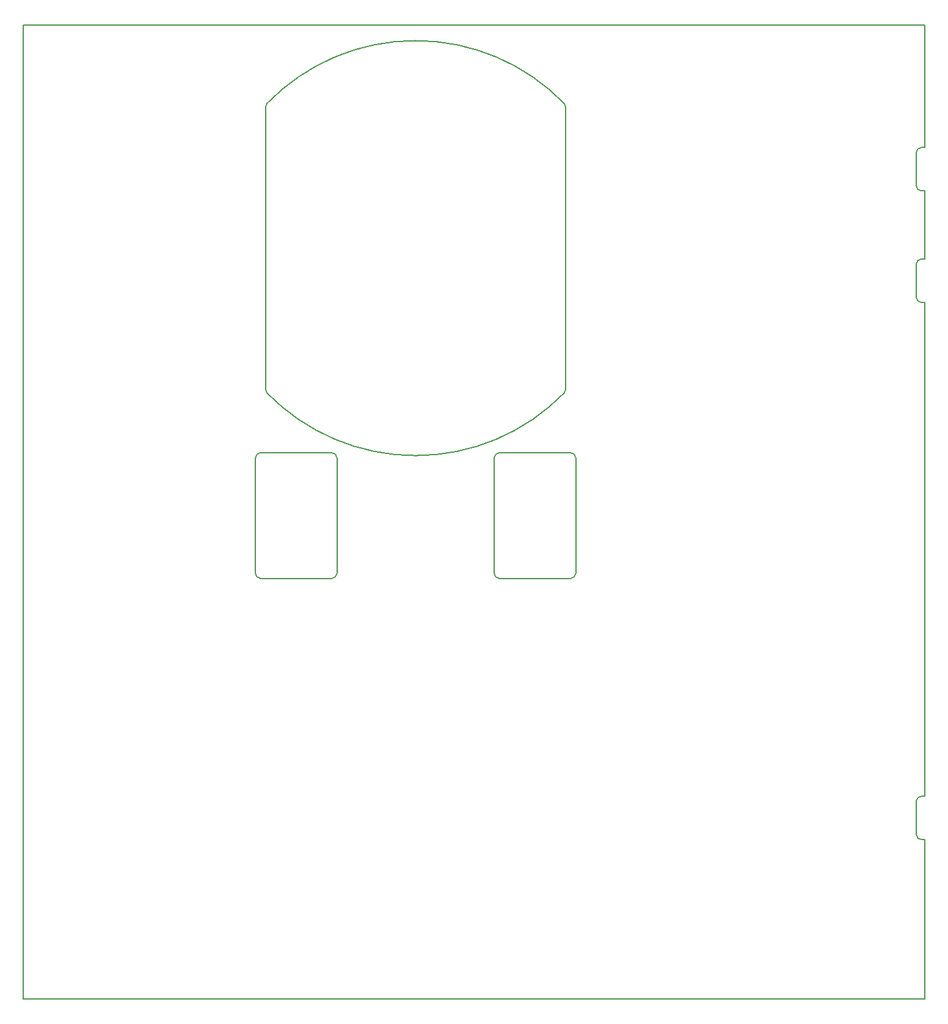
<source format=gbr>
%TF.GenerationSoftware,KiCad,Pcbnew,5.1.10-88a1d61d58~88~ubuntu20.04.1*%
%TF.CreationDate,2021-06-19T17:21:23-07:00*%
%TF.ProjectId,ultrablinky,756c7472-6162-46c6-996e-6b792e6b6963,B*%
%TF.SameCoordinates,Original*%
%TF.FileFunction,Profile,NP*%
%FSLAX46Y46*%
G04 Gerber Fmt 4.6, Leading zero omitted, Abs format (unit mm)*
G04 Created by KiCad (PCBNEW 5.1.10-88a1d61d58~88~ubuntu20.04.1) date 2021-06-19 17:21:23*
%MOMM*%
%LPD*%
G01*
G04 APERTURE LIST*
%TA.AperFunction,Profile*%
%ADD10C,0.150000*%
%TD*%
G04 APERTURE END LIST*
D10*
X178700000Y-142000000D02*
X178700000Y-164100000D01*
X178200000Y-142000000D02*
G75*
G02*
X177500000Y-141300000I0J700000D01*
G01*
X177500000Y-136700000D02*
G75*
G02*
X178200000Y-136000000I700000J0D01*
G01*
X177500000Y-136700000D02*
X177500000Y-141300000D01*
X178200000Y-142000000D02*
X178700000Y-142000000D01*
X178200000Y-136000000D02*
X178700000Y-136000000D01*
X178700000Y-67550000D02*
X178700000Y-136000000D01*
X178700000Y-61550000D02*
X178700000Y-52100000D01*
X177500000Y-62250000D02*
G75*
G02*
X178200000Y-61550000I700000J0D01*
G01*
X178200000Y-61550000D02*
X178700000Y-61550000D01*
X178200000Y-67550000D02*
G75*
G02*
X177500000Y-66850000I0J700000D01*
G01*
X178200000Y-67550000D02*
X178700000Y-67550000D01*
X177500000Y-62250000D02*
X177500000Y-66850000D01*
X178200000Y-52100000D02*
X178700000Y-52100000D01*
X178200000Y-46100000D02*
X178700000Y-46100000D01*
X177500000Y-46800000D02*
X177500000Y-51400000D01*
X178200000Y-52100000D02*
G75*
G02*
X177500000Y-51400000I0J700000D01*
G01*
X177500000Y-46800000D02*
G75*
G02*
X178200000Y-46100000I700000J0D01*
G01*
X87505025Y-80109975D02*
G75*
G02*
X87300000Y-79615000I494975J494975D01*
G01*
X128694975Y-39985025D02*
G75*
G02*
X128900000Y-40480000I-494975J-494975D01*
G01*
X87510025Y-39982025D02*
G75*
G03*
X87305000Y-40477000I494975J-494975D01*
G01*
X128694975Y-80104975D02*
G75*
G03*
X128900000Y-79610000I-494975J494975D01*
G01*
X130300000Y-105100000D02*
G75*
G02*
X129600000Y-105800000I-700000J0D01*
G01*
X119700000Y-105800000D02*
G75*
G02*
X119000000Y-105100000I0J700000D01*
G01*
X129600000Y-88400000D02*
G75*
G02*
X130300000Y-89100000I0J-700000D01*
G01*
X119000000Y-89100000D02*
G75*
G02*
X119700000Y-88400000I700000J0D01*
G01*
X85900000Y-89100000D02*
G75*
G02*
X86600000Y-88400000I700000J0D01*
G01*
X96500000Y-88400000D02*
G75*
G02*
X97200000Y-89100000I0J-700000D01*
G01*
X97200000Y-105100000D02*
G75*
G02*
X96500000Y-105800000I-700000J0D01*
G01*
X86600000Y-105800000D02*
G75*
G02*
X85900000Y-105100000I0J700000D01*
G01*
X119000000Y-105100000D02*
X119000000Y-89100000D01*
X129600000Y-105800000D02*
X119700000Y-105800000D01*
X129600000Y-88400000D02*
X119700000Y-88400000D01*
X130300000Y-105100000D02*
X130300000Y-89100000D01*
X96500000Y-105800000D02*
X86600000Y-105800000D01*
X97200000Y-105100000D02*
X97200000Y-89100000D01*
X96500000Y-88400000D02*
X86600000Y-88400000D01*
X85900000Y-105100000D02*
X85900000Y-89100000D01*
X128697474Y-80107415D02*
G75*
G02*
X87505025Y-80109975I-20597474J20107415D01*
G01*
X87300000Y-79615000D02*
X87305000Y-40477000D01*
X128900000Y-79610000D02*
X128900000Y-40480000D01*
X87508953Y-39980983D02*
G75*
G02*
X128694975Y-39985025I20591047J-20019017D01*
G01*
X53700000Y-29100000D02*
X178700000Y-29100000D01*
X53700000Y-164100000D02*
X178700000Y-164100000D01*
X178700000Y-46100000D02*
X178700000Y-29100000D01*
X53700000Y-164100000D02*
X53700000Y-29100000D01*
M02*

</source>
